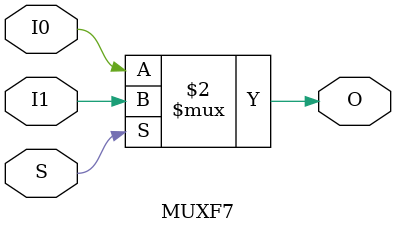
<source format=v>
/*
 * implementation of Spartan-6 MUXF7 for simulation
 */
module MUXF7(
    input I0,
    input I1,
    input S,
    output reg O );

	always @(*) 
        O = S ? I1 : I0;
endmodule


</source>
